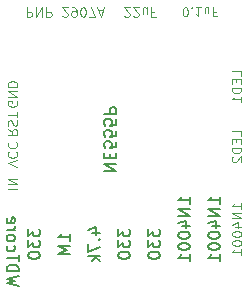
<source format=gbo>
%TF.GenerationSoftware,KiCad,Pcbnew,(5.1.12)-1*%
%TF.CreationDate,2022-05-06T17:17:32+09:00*%
%TF.ProjectId,wdtcore,77647463-6f72-4652-9e6b-696361645f70,rev?*%
%TF.SameCoordinates,Original*%
%TF.FileFunction,Legend,Bot*%
%TF.FilePolarity,Positive*%
%FSLAX46Y46*%
G04 Gerber Fmt 4.6, Leading zero omitted, Abs format (unit mm)*
G04 Created by KiCad (PCBNEW (5.1.12)-1) date 2022-05-06 17:17:32*
%MOMM*%
%LPD*%
G01*
G04 APERTURE LIST*
%ADD10C,0.120000*%
%ADD11C,0.114000*%
%ADD12C,0.150000*%
G04 APERTURE END LIST*
D10*
X127273095Y-104559047D02*
X128073095Y-104559047D01*
X127273095Y-104178095D02*
X128073095Y-104178095D01*
X127273095Y-103720952D01*
X128073095Y-103720952D01*
X128073095Y-102666666D02*
X127273095Y-102400000D01*
X128073095Y-102133333D01*
X127349285Y-101409523D02*
X127311190Y-101447619D01*
X127273095Y-101561904D01*
X127273095Y-101638095D01*
X127311190Y-101752380D01*
X127387380Y-101828571D01*
X127463571Y-101866666D01*
X127615952Y-101904761D01*
X127730238Y-101904761D01*
X127882619Y-101866666D01*
X127958809Y-101828571D01*
X128035000Y-101752380D01*
X128073095Y-101638095D01*
X128073095Y-101561904D01*
X128035000Y-101447619D01*
X127996904Y-101409523D01*
X127349285Y-100609523D02*
X127311190Y-100647619D01*
X127273095Y-100761904D01*
X127273095Y-100838095D01*
X127311190Y-100952380D01*
X127387380Y-101028571D01*
X127463571Y-101066666D01*
X127615952Y-101104761D01*
X127730238Y-101104761D01*
X127882619Y-101066666D01*
X127958809Y-101028571D01*
X128035000Y-100952380D01*
X128073095Y-100838095D01*
X128073095Y-100761904D01*
X128035000Y-100647619D01*
X127996904Y-100609523D01*
X127273095Y-99498095D02*
X127654047Y-99764761D01*
X127273095Y-99955238D02*
X128073095Y-99955238D01*
X128073095Y-99650476D01*
X128035000Y-99574285D01*
X127996904Y-99536190D01*
X127920714Y-99498095D01*
X127806428Y-99498095D01*
X127730238Y-99536190D01*
X127692142Y-99574285D01*
X127654047Y-99650476D01*
X127654047Y-99955238D01*
X127311190Y-99193333D02*
X127273095Y-99079047D01*
X127273095Y-98888571D01*
X127311190Y-98812380D01*
X127349285Y-98774285D01*
X127425476Y-98736190D01*
X127501666Y-98736190D01*
X127577857Y-98774285D01*
X127615952Y-98812380D01*
X127654047Y-98888571D01*
X127692142Y-99040952D01*
X127730238Y-99117142D01*
X127768333Y-99155238D01*
X127844523Y-99193333D01*
X127920714Y-99193333D01*
X127996904Y-99155238D01*
X128035000Y-99117142D01*
X128073095Y-99040952D01*
X128073095Y-98850476D01*
X128035000Y-98736190D01*
X128073095Y-98507619D02*
X128073095Y-98050476D01*
X127273095Y-98279047D02*
X128073095Y-98279047D01*
%TO.C,0.1uF*%
D11*
X142261428Y-89951190D02*
X142333809Y-89951190D01*
X142406190Y-89915000D01*
X142442380Y-89878809D01*
X142478571Y-89806428D01*
X142514761Y-89661666D01*
X142514761Y-89480714D01*
X142478571Y-89335952D01*
X142442380Y-89263571D01*
X142406190Y-89227380D01*
X142333809Y-89191190D01*
X142261428Y-89191190D01*
X142189047Y-89227380D01*
X142152857Y-89263571D01*
X142116666Y-89335952D01*
X142080476Y-89480714D01*
X142080476Y-89661666D01*
X142116666Y-89806428D01*
X142152857Y-89878809D01*
X142189047Y-89915000D01*
X142261428Y-89951190D01*
X142840476Y-89263571D02*
X142876666Y-89227380D01*
X142840476Y-89191190D01*
X142804285Y-89227380D01*
X142840476Y-89263571D01*
X142840476Y-89191190D01*
X143600476Y-89191190D02*
X143166190Y-89191190D01*
X143383333Y-89191190D02*
X143383333Y-89951190D01*
X143310952Y-89842619D01*
X143238571Y-89770238D01*
X143166190Y-89734047D01*
X144251904Y-89697857D02*
X144251904Y-89191190D01*
X143926190Y-89697857D02*
X143926190Y-89299761D01*
X143962380Y-89227380D01*
X144034761Y-89191190D01*
X144143333Y-89191190D01*
X144215714Y-89227380D01*
X144251904Y-89263571D01*
X144867142Y-89589285D02*
X144613809Y-89589285D01*
X144613809Y-89191190D02*
X144613809Y-89951190D01*
X144975714Y-89951190D01*
%TO.C,4.7k*%
D12*
X134405714Y-108291428D02*
X135072380Y-108291428D01*
X134024761Y-108053333D02*
X134739047Y-107815238D01*
X134739047Y-108434285D01*
X134977142Y-108815238D02*
X135024761Y-108862857D01*
X135072380Y-108815238D01*
X135024761Y-108767619D01*
X134977142Y-108815238D01*
X135072380Y-108815238D01*
X134072380Y-109196190D02*
X134072380Y-109862857D01*
X135072380Y-109434285D01*
X135072380Y-110243809D02*
X134072380Y-110243809D01*
X134691428Y-110339047D02*
X135072380Y-110624761D01*
X134405714Y-110624761D02*
X134786666Y-110243809D01*
%TO.C,1N4001*%
X145232380Y-105807142D02*
X145232380Y-105235714D01*
X145232380Y-105521428D02*
X144232380Y-105521428D01*
X144375238Y-105426190D01*
X144470476Y-105330952D01*
X144518095Y-105235714D01*
X145232380Y-106235714D02*
X144232380Y-106235714D01*
X145232380Y-106807142D01*
X144232380Y-106807142D01*
X144565714Y-107711904D02*
X145232380Y-107711904D01*
X144184761Y-107473809D02*
X144899047Y-107235714D01*
X144899047Y-107854761D01*
X144232380Y-108426190D02*
X144232380Y-108521428D01*
X144280000Y-108616666D01*
X144327619Y-108664285D01*
X144422857Y-108711904D01*
X144613333Y-108759523D01*
X144851428Y-108759523D01*
X145041904Y-108711904D01*
X145137142Y-108664285D01*
X145184761Y-108616666D01*
X145232380Y-108521428D01*
X145232380Y-108426190D01*
X145184761Y-108330952D01*
X145137142Y-108283333D01*
X145041904Y-108235714D01*
X144851428Y-108188095D01*
X144613333Y-108188095D01*
X144422857Y-108235714D01*
X144327619Y-108283333D01*
X144280000Y-108330952D01*
X144232380Y-108426190D01*
X144232380Y-109378571D02*
X144232380Y-109473809D01*
X144280000Y-109569047D01*
X144327619Y-109616666D01*
X144422857Y-109664285D01*
X144613333Y-109711904D01*
X144851428Y-109711904D01*
X145041904Y-109664285D01*
X145137142Y-109616666D01*
X145184761Y-109569047D01*
X145232380Y-109473809D01*
X145232380Y-109378571D01*
X145184761Y-109283333D01*
X145137142Y-109235714D01*
X145041904Y-109188095D01*
X144851428Y-109140476D01*
X144613333Y-109140476D01*
X144422857Y-109188095D01*
X144327619Y-109235714D01*
X144280000Y-109283333D01*
X144232380Y-109378571D01*
X145232380Y-110664285D02*
X145232380Y-110092857D01*
X145232380Y-110378571D02*
X144232380Y-110378571D01*
X144375238Y-110283333D01*
X144470476Y-110188095D01*
X144518095Y-110092857D01*
D10*
X147046904Y-106235714D02*
X147046904Y-105778571D01*
X147046904Y-106007142D02*
X146246904Y-106007142D01*
X146361190Y-105930952D01*
X146437380Y-105854761D01*
X146475476Y-105778571D01*
X147046904Y-106578571D02*
X146246904Y-106578571D01*
X147046904Y-107035714D01*
X146246904Y-107035714D01*
X146513571Y-107759523D02*
X147046904Y-107759523D01*
X146208809Y-107569047D02*
X146780238Y-107378571D01*
X146780238Y-107873809D01*
X146246904Y-108330952D02*
X146246904Y-108407142D01*
X146285000Y-108483333D01*
X146323095Y-108521428D01*
X146399285Y-108559523D01*
X146551666Y-108597619D01*
X146742142Y-108597619D01*
X146894523Y-108559523D01*
X146970714Y-108521428D01*
X147008809Y-108483333D01*
X147046904Y-108407142D01*
X147046904Y-108330952D01*
X147008809Y-108254761D01*
X146970714Y-108216666D01*
X146894523Y-108178571D01*
X146742142Y-108140476D01*
X146551666Y-108140476D01*
X146399285Y-108178571D01*
X146323095Y-108216666D01*
X146285000Y-108254761D01*
X146246904Y-108330952D01*
X146246904Y-109092857D02*
X146246904Y-109169047D01*
X146285000Y-109245238D01*
X146323095Y-109283333D01*
X146399285Y-109321428D01*
X146551666Y-109359523D01*
X146742142Y-109359523D01*
X146894523Y-109321428D01*
X146970714Y-109283333D01*
X147008809Y-109245238D01*
X147046904Y-109169047D01*
X147046904Y-109092857D01*
X147008809Y-109016666D01*
X146970714Y-108978571D01*
X146894523Y-108940476D01*
X146742142Y-108902380D01*
X146551666Y-108902380D01*
X146399285Y-108940476D01*
X146323095Y-108978571D01*
X146285000Y-109016666D01*
X146246904Y-109092857D01*
X147046904Y-110121428D02*
X147046904Y-109664285D01*
X147046904Y-109892857D02*
X146246904Y-109892857D01*
X146361190Y-109816666D01*
X146437380Y-109740476D01*
X146475476Y-109664285D01*
D12*
X142692380Y-105807142D02*
X142692380Y-105235714D01*
X142692380Y-105521428D02*
X141692380Y-105521428D01*
X141835238Y-105426190D01*
X141930476Y-105330952D01*
X141978095Y-105235714D01*
X142692380Y-106235714D02*
X141692380Y-106235714D01*
X142692380Y-106807142D01*
X141692380Y-106807142D01*
X142025714Y-107711904D02*
X142692380Y-107711904D01*
X141644761Y-107473809D02*
X142359047Y-107235714D01*
X142359047Y-107854761D01*
X141692380Y-108426190D02*
X141692380Y-108521428D01*
X141740000Y-108616666D01*
X141787619Y-108664285D01*
X141882857Y-108711904D01*
X142073333Y-108759523D01*
X142311428Y-108759523D01*
X142501904Y-108711904D01*
X142597142Y-108664285D01*
X142644761Y-108616666D01*
X142692380Y-108521428D01*
X142692380Y-108426190D01*
X142644761Y-108330952D01*
X142597142Y-108283333D01*
X142501904Y-108235714D01*
X142311428Y-108188095D01*
X142073333Y-108188095D01*
X141882857Y-108235714D01*
X141787619Y-108283333D01*
X141740000Y-108330952D01*
X141692380Y-108426190D01*
X141692380Y-109378571D02*
X141692380Y-109473809D01*
X141740000Y-109569047D01*
X141787619Y-109616666D01*
X141882857Y-109664285D01*
X142073333Y-109711904D01*
X142311428Y-109711904D01*
X142501904Y-109664285D01*
X142597142Y-109616666D01*
X142644761Y-109569047D01*
X142692380Y-109473809D01*
X142692380Y-109378571D01*
X142644761Y-109283333D01*
X142597142Y-109235714D01*
X142501904Y-109188095D01*
X142311428Y-109140476D01*
X142073333Y-109140476D01*
X141882857Y-109188095D01*
X141787619Y-109235714D01*
X141740000Y-109283333D01*
X141692380Y-109378571D01*
X142692380Y-110664285D02*
X142692380Y-110092857D01*
X142692380Y-110378571D02*
X141692380Y-110378571D01*
X141835238Y-110283333D01*
X141930476Y-110188095D01*
X141978095Y-110092857D01*
%TO.C,NE555P*%
X128182619Y-112783571D02*
X127182619Y-112545476D01*
X127896904Y-112355000D01*
X127182619Y-112164523D01*
X128182619Y-111926428D01*
X127182619Y-111545476D02*
X128182619Y-111545476D01*
X128182619Y-111307380D01*
X128135000Y-111164523D01*
X128039761Y-111069285D01*
X127944523Y-111021666D01*
X127754047Y-110974047D01*
X127611190Y-110974047D01*
X127420714Y-111021666D01*
X127325476Y-111069285D01*
X127230238Y-111164523D01*
X127182619Y-111307380D01*
X127182619Y-111545476D01*
X128182619Y-110688333D02*
X128182619Y-110116904D01*
X127182619Y-110402619D02*
X128182619Y-110402619D01*
X127230238Y-109355000D02*
X127182619Y-109450238D01*
X127182619Y-109640714D01*
X127230238Y-109735952D01*
X127277857Y-109783571D01*
X127373095Y-109831190D01*
X127658809Y-109831190D01*
X127754047Y-109783571D01*
X127801666Y-109735952D01*
X127849285Y-109640714D01*
X127849285Y-109450238D01*
X127801666Y-109355000D01*
X127182619Y-108783571D02*
X127230238Y-108878809D01*
X127277857Y-108926428D01*
X127373095Y-108974047D01*
X127658809Y-108974047D01*
X127754047Y-108926428D01*
X127801666Y-108878809D01*
X127849285Y-108783571D01*
X127849285Y-108640714D01*
X127801666Y-108545476D01*
X127754047Y-108497857D01*
X127658809Y-108450238D01*
X127373095Y-108450238D01*
X127277857Y-108497857D01*
X127230238Y-108545476D01*
X127182619Y-108640714D01*
X127182619Y-108783571D01*
X127182619Y-108021666D02*
X127849285Y-108021666D01*
X127658809Y-108021666D02*
X127754047Y-107974047D01*
X127801666Y-107926428D01*
X127849285Y-107831190D01*
X127849285Y-107735952D01*
X127230238Y-107021666D02*
X127182619Y-107116904D01*
X127182619Y-107307380D01*
X127230238Y-107402619D01*
X127325476Y-107450238D01*
X127706428Y-107450238D01*
X127801666Y-107402619D01*
X127849285Y-107307380D01*
X127849285Y-107116904D01*
X127801666Y-107021666D01*
X127706428Y-106974047D01*
X127611190Y-106974047D01*
X127515952Y-107450238D01*
X135437619Y-102996666D02*
X136437619Y-102996666D01*
X135437619Y-102425238D01*
X136437619Y-102425238D01*
X135961428Y-101949047D02*
X135961428Y-101615714D01*
X135437619Y-101472857D02*
X135437619Y-101949047D01*
X136437619Y-101949047D01*
X136437619Y-101472857D01*
X136437619Y-100568095D02*
X136437619Y-101044285D01*
X135961428Y-101091904D01*
X136009047Y-101044285D01*
X136056666Y-100949047D01*
X136056666Y-100710952D01*
X136009047Y-100615714D01*
X135961428Y-100568095D01*
X135866190Y-100520476D01*
X135628095Y-100520476D01*
X135532857Y-100568095D01*
X135485238Y-100615714D01*
X135437619Y-100710952D01*
X135437619Y-100949047D01*
X135485238Y-101044285D01*
X135532857Y-101091904D01*
X136437619Y-99615714D02*
X136437619Y-100091904D01*
X135961428Y-100139523D01*
X136009047Y-100091904D01*
X136056666Y-99996666D01*
X136056666Y-99758571D01*
X136009047Y-99663333D01*
X135961428Y-99615714D01*
X135866190Y-99568095D01*
X135628095Y-99568095D01*
X135532857Y-99615714D01*
X135485238Y-99663333D01*
X135437619Y-99758571D01*
X135437619Y-99996666D01*
X135485238Y-100091904D01*
X135532857Y-100139523D01*
X136437619Y-98663333D02*
X136437619Y-99139523D01*
X135961428Y-99187142D01*
X136009047Y-99139523D01*
X136056666Y-99044285D01*
X136056666Y-98806190D01*
X136009047Y-98710952D01*
X135961428Y-98663333D01*
X135866190Y-98615714D01*
X135628095Y-98615714D01*
X135532857Y-98663333D01*
X135485238Y-98710952D01*
X135437619Y-98806190D01*
X135437619Y-99044285D01*
X135485238Y-99139523D01*
X135532857Y-99187142D01*
X135437619Y-98187142D02*
X136437619Y-98187142D01*
X136437619Y-97806190D01*
X136390000Y-97710952D01*
X136342380Y-97663333D01*
X136247142Y-97615714D01*
X136104285Y-97615714D01*
X136009047Y-97663333D01*
X135961428Y-97710952D01*
X135913809Y-97806190D01*
X135913809Y-98187142D01*
%TO.C,1M*%
X132532380Y-108934285D02*
X132532380Y-108362857D01*
X132532380Y-108648571D02*
X131532380Y-108648571D01*
X131675238Y-108553333D01*
X131770476Y-108458095D01*
X131818095Y-108362857D01*
X132532380Y-109362857D02*
X131532380Y-109362857D01*
X132246666Y-109696190D01*
X131532380Y-110029523D01*
X132532380Y-110029523D01*
%TO.C,330*%
X128992380Y-107934285D02*
X128992380Y-108553333D01*
X129373333Y-108220000D01*
X129373333Y-108362857D01*
X129420952Y-108458095D01*
X129468571Y-108505714D01*
X129563809Y-108553333D01*
X129801904Y-108553333D01*
X129897142Y-108505714D01*
X129944761Y-108458095D01*
X129992380Y-108362857D01*
X129992380Y-108077142D01*
X129944761Y-107981904D01*
X129897142Y-107934285D01*
X128992380Y-108886666D02*
X128992380Y-109505714D01*
X129373333Y-109172380D01*
X129373333Y-109315238D01*
X129420952Y-109410476D01*
X129468571Y-109458095D01*
X129563809Y-109505714D01*
X129801904Y-109505714D01*
X129897142Y-109458095D01*
X129944761Y-109410476D01*
X129992380Y-109315238D01*
X129992380Y-109029523D01*
X129944761Y-108934285D01*
X129897142Y-108886666D01*
X128992380Y-110124761D02*
X128992380Y-110220000D01*
X129040000Y-110315238D01*
X129087619Y-110362857D01*
X129182857Y-110410476D01*
X129373333Y-110458095D01*
X129611428Y-110458095D01*
X129801904Y-110410476D01*
X129897142Y-110362857D01*
X129944761Y-110315238D01*
X129992380Y-110220000D01*
X129992380Y-110124761D01*
X129944761Y-110029523D01*
X129897142Y-109981904D01*
X129801904Y-109934285D01*
X129611428Y-109886666D01*
X129373333Y-109886666D01*
X129182857Y-109934285D01*
X129087619Y-109981904D01*
X129040000Y-110029523D01*
X128992380Y-110124761D01*
X136612380Y-107934285D02*
X136612380Y-108553333D01*
X136993333Y-108220000D01*
X136993333Y-108362857D01*
X137040952Y-108458095D01*
X137088571Y-108505714D01*
X137183809Y-108553333D01*
X137421904Y-108553333D01*
X137517142Y-108505714D01*
X137564761Y-108458095D01*
X137612380Y-108362857D01*
X137612380Y-108077142D01*
X137564761Y-107981904D01*
X137517142Y-107934285D01*
X136612380Y-108886666D02*
X136612380Y-109505714D01*
X136993333Y-109172380D01*
X136993333Y-109315238D01*
X137040952Y-109410476D01*
X137088571Y-109458095D01*
X137183809Y-109505714D01*
X137421904Y-109505714D01*
X137517142Y-109458095D01*
X137564761Y-109410476D01*
X137612380Y-109315238D01*
X137612380Y-109029523D01*
X137564761Y-108934285D01*
X137517142Y-108886666D01*
X136612380Y-110124761D02*
X136612380Y-110220000D01*
X136660000Y-110315238D01*
X136707619Y-110362857D01*
X136802857Y-110410476D01*
X136993333Y-110458095D01*
X137231428Y-110458095D01*
X137421904Y-110410476D01*
X137517142Y-110362857D01*
X137564761Y-110315238D01*
X137612380Y-110220000D01*
X137612380Y-110124761D01*
X137564761Y-110029523D01*
X137517142Y-109981904D01*
X137421904Y-109934285D01*
X137231428Y-109886666D01*
X136993333Y-109886666D01*
X136802857Y-109934285D01*
X136707619Y-109981904D01*
X136660000Y-110029523D01*
X136612380Y-110124761D01*
X139152380Y-107934285D02*
X139152380Y-108553333D01*
X139533333Y-108220000D01*
X139533333Y-108362857D01*
X139580952Y-108458095D01*
X139628571Y-108505714D01*
X139723809Y-108553333D01*
X139961904Y-108553333D01*
X140057142Y-108505714D01*
X140104761Y-108458095D01*
X140152380Y-108362857D01*
X140152380Y-108077142D01*
X140104761Y-107981904D01*
X140057142Y-107934285D01*
X139152380Y-108886666D02*
X139152380Y-109505714D01*
X139533333Y-109172380D01*
X139533333Y-109315238D01*
X139580952Y-109410476D01*
X139628571Y-109458095D01*
X139723809Y-109505714D01*
X139961904Y-109505714D01*
X140057142Y-109458095D01*
X140104761Y-109410476D01*
X140152380Y-109315238D01*
X140152380Y-109029523D01*
X140104761Y-108934285D01*
X140057142Y-108886666D01*
X139152380Y-110124761D02*
X139152380Y-110220000D01*
X139200000Y-110315238D01*
X139247619Y-110362857D01*
X139342857Y-110410476D01*
X139533333Y-110458095D01*
X139771428Y-110458095D01*
X139961904Y-110410476D01*
X140057142Y-110362857D01*
X140104761Y-110315238D01*
X140152380Y-110220000D01*
X140152380Y-110124761D01*
X140104761Y-110029523D01*
X140057142Y-109981904D01*
X139961904Y-109934285D01*
X139771428Y-109886666D01*
X139533333Y-109886666D01*
X139342857Y-109934285D01*
X139247619Y-109981904D01*
X139200000Y-110029523D01*
X139152380Y-110124761D01*
%TO.C,PNP 2907A*%
D10*
X128880000Y-89173095D02*
X128880000Y-89973095D01*
X129184761Y-89973095D01*
X129260952Y-89935000D01*
X129299047Y-89896904D01*
X129337142Y-89820714D01*
X129337142Y-89706428D01*
X129299047Y-89630238D01*
X129260952Y-89592142D01*
X129184761Y-89554047D01*
X128880000Y-89554047D01*
X129680000Y-89173095D02*
X129680000Y-89973095D01*
X130137142Y-89173095D01*
X130137142Y-89973095D01*
X130518095Y-89173095D02*
X130518095Y-89973095D01*
X130822857Y-89973095D01*
X130899047Y-89935000D01*
X130937142Y-89896904D01*
X130975238Y-89820714D01*
X130975238Y-89706428D01*
X130937142Y-89630238D01*
X130899047Y-89592142D01*
X130822857Y-89554047D01*
X130518095Y-89554047D01*
X131889523Y-89896904D02*
X131927619Y-89935000D01*
X132003809Y-89973095D01*
X132194285Y-89973095D01*
X132270476Y-89935000D01*
X132308571Y-89896904D01*
X132346666Y-89820714D01*
X132346666Y-89744523D01*
X132308571Y-89630238D01*
X131851428Y-89173095D01*
X132346666Y-89173095D01*
X132727619Y-89173095D02*
X132880000Y-89173095D01*
X132956190Y-89211190D01*
X132994285Y-89249285D01*
X133070476Y-89363571D01*
X133108571Y-89515952D01*
X133108571Y-89820714D01*
X133070476Y-89896904D01*
X133032380Y-89935000D01*
X132956190Y-89973095D01*
X132803809Y-89973095D01*
X132727619Y-89935000D01*
X132689523Y-89896904D01*
X132651428Y-89820714D01*
X132651428Y-89630238D01*
X132689523Y-89554047D01*
X132727619Y-89515952D01*
X132803809Y-89477857D01*
X132956190Y-89477857D01*
X133032380Y-89515952D01*
X133070476Y-89554047D01*
X133108571Y-89630238D01*
X133603809Y-89973095D02*
X133680000Y-89973095D01*
X133756190Y-89935000D01*
X133794285Y-89896904D01*
X133832380Y-89820714D01*
X133870476Y-89668333D01*
X133870476Y-89477857D01*
X133832380Y-89325476D01*
X133794285Y-89249285D01*
X133756190Y-89211190D01*
X133680000Y-89173095D01*
X133603809Y-89173095D01*
X133527619Y-89211190D01*
X133489523Y-89249285D01*
X133451428Y-89325476D01*
X133413333Y-89477857D01*
X133413333Y-89668333D01*
X133451428Y-89820714D01*
X133489523Y-89896904D01*
X133527619Y-89935000D01*
X133603809Y-89973095D01*
X134137142Y-89973095D02*
X134670476Y-89973095D01*
X134327619Y-89173095D01*
X134937142Y-89401666D02*
X135318095Y-89401666D01*
X134860952Y-89173095D02*
X135127619Y-89973095D01*
X135394285Y-89173095D01*
%TO.C,GND*%
X128035000Y-97129523D02*
X128073095Y-97205714D01*
X128073095Y-97320000D01*
X128035000Y-97434285D01*
X127958809Y-97510476D01*
X127882619Y-97548571D01*
X127730238Y-97586666D01*
X127615952Y-97586666D01*
X127463571Y-97548571D01*
X127387380Y-97510476D01*
X127311190Y-97434285D01*
X127273095Y-97320000D01*
X127273095Y-97243809D01*
X127311190Y-97129523D01*
X127349285Y-97091428D01*
X127615952Y-97091428D01*
X127615952Y-97243809D01*
X127273095Y-96748571D02*
X128073095Y-96748571D01*
X127273095Y-96291428D01*
X128073095Y-96291428D01*
X127273095Y-95910476D02*
X128073095Y-95910476D01*
X128073095Y-95720000D01*
X128035000Y-95605714D01*
X127958809Y-95529523D01*
X127882619Y-95491428D01*
X127730238Y-95453333D01*
X127615952Y-95453333D01*
X127463571Y-95491428D01*
X127387380Y-95529523D01*
X127311190Y-95605714D01*
X127273095Y-95720000D01*
X127273095Y-95910476D01*
%TO.C,LED2*%
X147046904Y-100069761D02*
X147046904Y-99688809D01*
X146246904Y-99688809D01*
X146627857Y-100336428D02*
X146627857Y-100603095D01*
X147046904Y-100717380D02*
X147046904Y-100336428D01*
X146246904Y-100336428D01*
X146246904Y-100717380D01*
X147046904Y-101060238D02*
X146246904Y-101060238D01*
X146246904Y-101250714D01*
X146285000Y-101365000D01*
X146361190Y-101441190D01*
X146437380Y-101479285D01*
X146589761Y-101517380D01*
X146704047Y-101517380D01*
X146856428Y-101479285D01*
X146932619Y-101441190D01*
X147008809Y-101365000D01*
X147046904Y-101250714D01*
X147046904Y-101060238D01*
X146323095Y-101822142D02*
X146285000Y-101860238D01*
X146246904Y-101936428D01*
X146246904Y-102126904D01*
X146285000Y-102203095D01*
X146323095Y-102241190D01*
X146399285Y-102279285D01*
X146475476Y-102279285D01*
X146589761Y-102241190D01*
X147046904Y-101784047D01*
X147046904Y-102279285D01*
%TO.C,LED1*%
X147046904Y-94989761D02*
X147046904Y-94608809D01*
X146246904Y-94608809D01*
X146627857Y-95256428D02*
X146627857Y-95523095D01*
X147046904Y-95637380D02*
X147046904Y-95256428D01*
X146246904Y-95256428D01*
X146246904Y-95637380D01*
X147046904Y-95980238D02*
X146246904Y-95980238D01*
X146246904Y-96170714D01*
X146285000Y-96285000D01*
X146361190Y-96361190D01*
X146437380Y-96399285D01*
X146589761Y-96437380D01*
X146704047Y-96437380D01*
X146856428Y-96399285D01*
X146932619Y-96361190D01*
X147008809Y-96285000D01*
X147046904Y-96170714D01*
X147046904Y-95980238D01*
X147046904Y-97199285D02*
X147046904Y-96742142D01*
X147046904Y-96970714D02*
X146246904Y-96970714D01*
X146361190Y-96894523D01*
X146437380Y-96818333D01*
X146475476Y-96742142D01*
%TO.C,22uF*%
X137115714Y-89896904D02*
X137153809Y-89935000D01*
X137230000Y-89973095D01*
X137420476Y-89973095D01*
X137496666Y-89935000D01*
X137534761Y-89896904D01*
X137572857Y-89820714D01*
X137572857Y-89744523D01*
X137534761Y-89630238D01*
X137077619Y-89173095D01*
X137572857Y-89173095D01*
X137877619Y-89896904D02*
X137915714Y-89935000D01*
X137991904Y-89973095D01*
X138182380Y-89973095D01*
X138258571Y-89935000D01*
X138296666Y-89896904D01*
X138334761Y-89820714D01*
X138334761Y-89744523D01*
X138296666Y-89630238D01*
X137839523Y-89173095D01*
X138334761Y-89173095D01*
X139020476Y-89706428D02*
X139020476Y-89173095D01*
X138677619Y-89706428D02*
X138677619Y-89287380D01*
X138715714Y-89211190D01*
X138791904Y-89173095D01*
X138906190Y-89173095D01*
X138982380Y-89211190D01*
X139020476Y-89249285D01*
X139668095Y-89592142D02*
X139401428Y-89592142D01*
X139401428Y-89173095D02*
X139401428Y-89973095D01*
X139782380Y-89973095D01*
%TD*%
M02*

</source>
